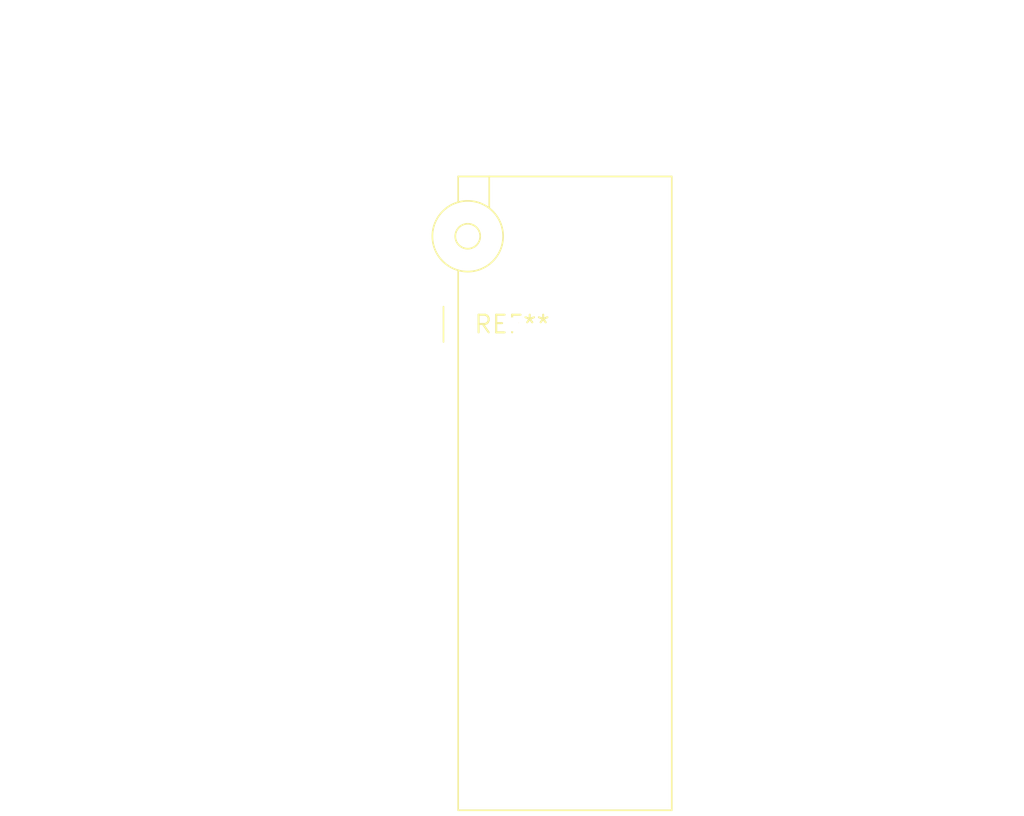
<source format=kicad_pcb>
(kicad_pcb (version 20240108) (generator pcbnew)
  (layers (0 "F.Cu" signal) (31 "B.Cu" signal) (34 "B.Paste" user) (35 "F.Paste" user) (36 "B.SilkS" user "B.Silkscreen") (37 "F.SilkS" user "F.Silkscreen") (38 "B.Mask" user) (39 "F.Mask" user) (44 "Edge.Cuts" user))
  (net 0 "")
  (footprint "DIP_Socket-24_W4.3_W5.08_W7.62_W10.16_W10.9_3M_224-5248-00-0602J" (layer "F.Cu") (at 0 0)
    (property "Reference" "REF**")
    (property "Value" "DIP_Socket-24_W4.3_W5.08_W7.62_W10.16_W10.9_3M_224-5248-00-0602J")
    (fp_line (start -4.95 1.27) (end -4.95 -1.27) (layer "F.SilkS") (stroke (width 0.12)))
    (fp_line (start -3.89 -10.66) (end -3.89 -8.8) (layer "F.SilkS") (stroke (width 0.12)))
    (fp_line (start -3.89 -3.9) (end -3.89 35.04) (layer "F.SilkS") (stroke (width 0.12)))
    (fp_line (start -3.89 35.04) (end 11.51 35.04) (layer "F.SilkS") (stroke (width 0.12)))
    (fp_line (start -1.65 -10.66) (end -1.65 -8.4) (layer "F.SilkS") (stroke (width 0.12)))
    (fp_line (start 11.51 -10.66) (end -3.89 -10.66) (layer "F.SilkS") (stroke (width 0.12)))
    (fp_line (start 11.51 35.04) (end 11.51 -10.66) (layer "F.SilkS") (stroke (width 0.12)))
    (fp_circle (center -3.2 -6.35) (end -2.3 -6.35) (layer "F.SilkS") (stroke (width 0.12)) (fill none))
    (fp_circle (center -3.2 -6.35) (end -0.65 -6.35) (layer "F.SilkS") (stroke (width 0.12)) (fill none))
    (pad "1" thru_hole rect (at 0 0) (size 2 1.44) (drill 1) (layers *.Cu *.Mask) (remove_unused_layers))
    (pad "2" thru_hole oval (at 0 2.54) (size 2 1.44) (drill 1) (layers *.Cu *.Mask) (remove_unused_layers))
    (pad "3" thru_hole oval (at 0 5.08) (size 2 1.44) (drill 1) (layers *.Cu *.Mask) (remove_unused_layers))
    (pad "4" thru_hole oval (at 0 7.62) (size 2 1.44) (drill 1) (layers *.Cu *.Mask) (remove_unused_layers))
    (pad "5" thru_hole oval (at 0 10.16) (size 2 1.44) (drill 1) (layers *.Cu *.Mask) (remove_unused_layers))
    (pad "6" thru_hole oval (at 0 12.7) (size 2 1.44) (drill 1) (layers *.Cu *.Mask) (remove_unused_layers))
    (pad "7" thru_hole oval (at 0 15.24) (size 2 1.44) (drill 1) (layers *.Cu *.Mask) (remove_unused_layers))
    (pad "8" thru_hole oval (at 0 17.78) (size 2 1.44) (drill 1) (layers *.Cu *.Mask) (remove_unused_layers))
    (pad "9" thru_hole oval (at 0 20.32) (size 2 1.44) (drill 1) (layers *.Cu *.Mask) (remove_unused_layers))
    (pad "10" thru_hole oval (at 0 22.86) (size 2 1.44) (drill 1) (layers *.Cu *.Mask) (remove_unused_layers))
    (pad "11" thru_hole oval (at 0 25.4) (size 2 1.44) (drill 1) (layers *.Cu *.Mask) (remove_unused_layers))
    (pad "12" thru_hole oval (at 0 27.94) (size 2 1.44) (drill 1) (layers *.Cu *.Mask) (remove_unused_layers))
    (pad "13" thru_hole oval (at 7.62 27.94) (size 2 1.44) (drill 1) (layers *.Cu *.Mask) (remove_unused_layers))
    (pad "14" thru_hole oval (at 7.62 25.4) (size 2 1.44) (drill 1) (layers *.Cu *.Mask) (remove_unused_layers))
    (pad "15" thru_hole oval (at 7.62 22.86) (size 2 1.44) (drill 1) (layers *.Cu *.Mask) (remove_unused_layers))
    (pad "16" thru_hole oval (at 7.62 20.32) (size 2 1.44) (drill 1) (layers *.Cu *.Mask) (remove_unused_layers))
    (pad "17" thru_hole oval (at 7.62 17.78) (size 2 1.44) (drill 1) (layers *.Cu *.Mask) (remove_unused_layers))
    (pad "18" thru_hole oval (at 7.62 15.24) (size 2 1.44) (drill 1) (layers *.Cu *.Mask) (remove_unused_layers))
    (pad "19" thru_hole oval (at 7.62 12.7) (size 2 1.44) (drill 1) (layers *.Cu *.Mask) (remove_unused_layers))
    (pad "20" thru_hole oval (at 7.62 10.16) (size 2 1.44) (drill 1) (layers *.Cu *.Mask) (remove_unused_layers))
    (pad "21" thru_hole oval (at 7.62 7.62) (size 2 1.44) (drill 1) (layers *.Cu *.Mask) (remove_unused_layers))
    (pad "22" thru_hole oval (at 7.62 5.08) (size 2 1.44) (drill 1) (layers *.Cu *.Mask) (remove_unused_layers))
    (pad "23" thru_hole oval (at 7.62 2.54) (size 2 1.44) (drill 1) (layers *.Cu *.Mask) (remove_unused_layers))
    (pad "24" thru_hole oval (at 7.62 0) (size 2 1.44) (drill 1) (layers *.Cu *.Mask) (remove_unused_layers))
  )
)
</source>
